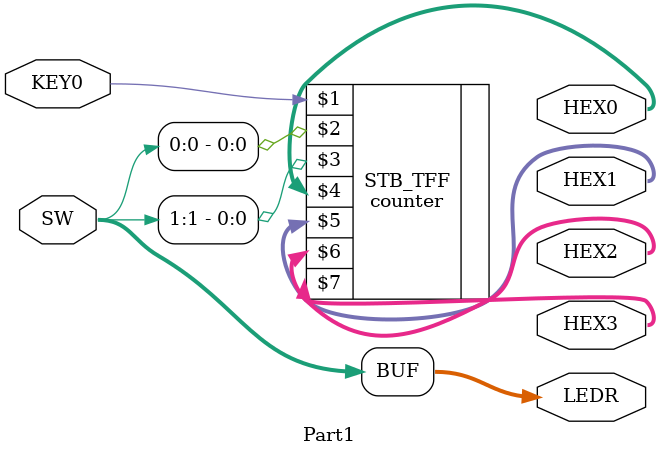
<source format=sv>
module Part1(input logic KEY0,input logic [1:0]SW,output logic [3:0]HEX0,HEX1,HEX2,HEX3,output logic [1:0]LEDR);
	assign LEDR = SW;
	counter STB_TFF(KEY0,SW[0],SW[1],HEX0,HEX1,HEX2,HEX3);
endmodule
</source>
